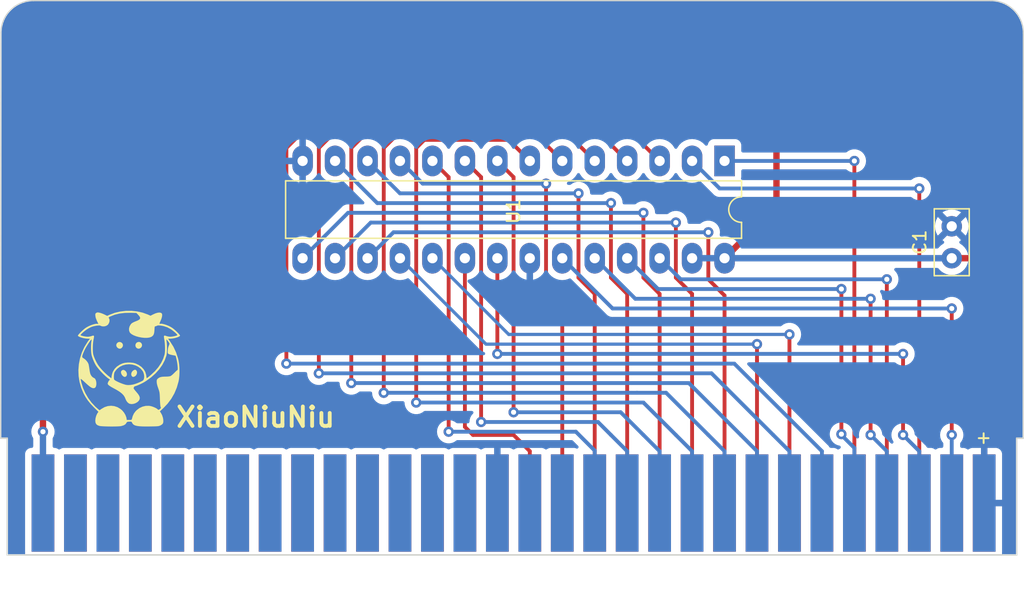
<source format=kicad_pcb>
(kicad_pcb (version 20221018) (generator pcbnew)
  (layers (0 "F.Cu" signal) (31 "B.Cu" signal) (34 "B.Paste" user) (35 "F.Paste" user) (36 "B.SilkS" user "B.Silkscreen") (37 "F.SilkS" user "F.Silkscreen") (38 "B.Mask" user) (39 "F.Mask" user) (44 "Edge.Cuts" user))
  (net 0 "")
  (net 1 "GND")
  (net 2 "+5V")
  (net 3 "/A13")
  (net 4 "/A8")
  (net 5 "/A9")
  (net 6 "/A11")
  (net 7 "/A10")
  (net 8 "/D7")
  (net 9 "/D6")
  (net 10 "/D5")
  (net 11 "/D4")
  (net 12 "/D3")
  (net 13 "/D2")
  (net 14 "/D1")
  (net 15 "/D0")
  (net 16 "/A0")
  (net 17 "/A1")
  (net 18 "/A2")
  (net 19 "/A3")
  (net 20 "/A4")
  (net 21 "/A5")
  (net 22 "/A6")
  (net 23 "/A7")
  (net 24 "/A12")
  (net 25 "/A14")
  (net 26 "/CLOCK")
  (net 27 "/A15")
  (net 28 "/RW")
  (net 29 "/IRQ3B")
  (net 30 "/PORT1CSB")
  (net 31 "/RESET")
  (net 32 "/RAMCSB")
  (net 33 "/DMAB")
  (net 35 "/NMIB")
  (footprint "Cow:VerySmallCow" (layer "F.Cu") (at 81.661 81.153)
    (fp_text reference "XiaoNiuNiu" (at 9.906 3.81) (layer "F.SilkS") (effects (font (size 1.524 1.524) (thickness 0.3))))
    (fp_text value "LOGO" hide)
    (fp_poly (pts (xy 0.860799 -2.06454) (xy 0.94554 -2.009357) (xy 1.002926 -1.926687) (xy 1.024956 -1.827545) (xy 1.003631 -1.722943) (xy 0.94195 -1.634423) (xy 0.835669 -1.562606) (xy 0.723038 -1.548697) (xy 0.612022 -1.59366) (xy 0.611036 -1.594348) (xy 0.533216 -1.681325) (xy 0.501606 -1.788839) (xy 0.515058 -1.899642) (xy 0.572425 -1.996486) (xy 0.641253 -2.048393) (xy 0.756703 -2.081223)) (fill solid) (layer "F.SilkS"))
    (fp_poly (pts (xy -0.651099 -2.063236) (xy -0.563352 -2.013403) (xy -0.498777 -1.936634) (xy -0.468786 -1.840151) (xy -0.484791 -1.731176) (xy -0.498695 -1.70013) (xy -0.578736 -1.597979) (xy -0.678891 -1.549409) (xy -0.788349 -1.55614) (xy -0.8963 -1.619892) (xy -0.911639 -1.634423) (xy -0.9836 -1.740747) (xy -0.996673 -1.852832) (xy -0.950324 -1.964026) (xy -0.939249 -1.978908) (xy -0.850459 -2.05321) (xy -0.750605 -2.078912)) (fill solid) (layer "F.SilkS"))
    (fp_poly (pts (xy -0.387859 0.117826) (xy -0.283719 0.181951) (xy -0.207068 0.276038) (xy -0.163313 0.385063) (xy -0.157858 0.494) (xy -0.196108 0.587825) (xy -0.212172 0.606205) (xy -0.292122 0.658239) (xy -0.37742 0.654366) (xy -0.475737 0.594122) (xy -0.480615 0.590058) (xy -0.558677 0.499444) (xy -0.610844 0.390506) (xy -0.628159 0.285396) (xy -0.621255 0.24215) (xy -0.569263 0.161428) (xy -0.487384 0.115103) (xy -0.39717 0.114656)) (fill solid) (layer "F.SilkS"))
    (fp_poly (pts (xy 0.506748 0.099096) (xy 0.561829 0.137845) (xy 0.575895 0.151551) (xy 0.625855 0.240497) (xy 0.632601 0.34987) (xy 0.600519 0.462558) (xy 0.533994 0.561448) (xy 0.455646 0.620847) (xy 0.361378 0.65965) (xy 0.29364 0.657328) (xy 0.233223 0.612536) (xy 0.226057 0.604802) (xy 0.178888 0.511536) (xy 0.177097 0.400448) (xy 0.215853 0.28768) (xy 0.290323 0.189377) (xy 0.366719 0.134847) (xy 0.44968 0.098733)) (fill solid) (layer "F.SilkS"))
    (fp_poly (pts (xy 0.640521 -4.469991) (xy 1.065821 -4.374767) (xy 1.46632 -4.230513) (xy 1.499899 -4.215538) (xy 1.685681 -4.1313) (xy 1.880967 -4.231898) (xy 2.073661 -4.317766) (xy 2.24576 -4.368126) (xy 2.390864 -4.382513) (xy 2.502572 -4.360463) (xy 2.574483 -4.301512) (xy 2.584615 -4.282916) (xy 2.600786 -4.188609) (xy 2.58625 -4.057241) (xy 2.543915 -3.902196) (xy 2.476689 -3.736861) (xy 2.457532 -3.697841) (xy 2.410841 -3.591207) (xy 2.394498 -3.518599) (xy 2.408713 -3.48615) (xy 2.450674 -3.498081) (xy 2.512031 -3.508174) (xy 2.61536 -3.496189) (xy 2.747628 -3.465524) (xy 2.895797 -3.419576) (xy 3.046834 -3.361743) (xy 3.145174 -3.317045) (xy 3.287158 -3.242592) (xy 3.409309 -3.165238) (xy 3.529583 -3.071952) (xy 3.665937 -2.949703) (xy 3.713491 -2.904642) (xy 3.821002 -2.79794) (xy 3.910217 -2.701926) (xy 3.972784 -2.626147) (xy 4.00035 -2.580151) (xy 4.000955 -2.57608) (xy 3.972801 -2.532061) (xy 3.896239 -2.485091) (xy 3.78312 -2.43884) (xy 3.645292 -2.396981) (xy 3.494605 -2.363185) (xy 3.342909 -2.341124) (xy 3.220818 -2.334339) (xy 3.062042 -2.333891) (xy 3.225779 -2.105688) (xy 3.483063 -1.695315) (xy 3.688207 -1.25412) (xy 3.841045 -0.782487) (xy 3.884779 -0.598133) (xy 3.926378 -0.337788) (xy 3.949765 -0.042295) (xy 3.954985 0.26834) (xy 3.94208 0.574109) (xy 3.911095 0.855005) (xy 3.881284 1.014754) (xy 3.742653 1.499902) (xy 3.553764 1.951433) (xy 3.313737 2.370894) (xy 3.021694 2.759835) (xy 2.695196 3.102539) (xy 2.419204 3.362347) (xy 2.482218 3.450842) (xy 2.590636 3.647133) (xy 2.662606 3.871512) (xy 2.686386 4.031265) (xy 2.688564 4.181386) (xy 2.66399 4.289136) (xy 2.604928 4.369708) (xy 2.503643 4.43829) (xy 2.470287 4.455608) (xy 2.41965 4.479803) (xy 2.371045 4.498366) (xy 2.315582 4.512185) (xy 2.244369 4.52215) (xy 2.148517 4.52915) (xy 2.019135 4.534074) (xy 1.847333 4.537812) (xy 1.62422 4.541253) (xy 1.612371 4.541422) (xy 1.291201 4.54326) (xy 1.024809 4.538033) (xy 0.807637 4.524568) (xy 0.63413 4.501691) (xy 0.49873 4.468229) (xy 0.395882 4.423007) (xy 0.32003 4.364853) (xy 0.265616 4.292593) (xy 0.245566 4.252745) (xy 0.218526 4.199335) (xy 0.186172 4.171469) (xy 0.130496 4.161858) (xy 0.033489 4.163209) (xy 0.025144 4.16351) (xy -0.075977 4.169436) (xy -0.135502 4.184041) (xy -0.172452 4.21652) (xy -0.205267 4.2749) (xy -0.283866 4.374984) (xy -0.410121 4.451309) (xy -0.588642 4.506465) (xy -0.634711 4.515887) (xy -0.733008 4.527718) (xy -0.877971 4.536343) (xy -1.057772 4.541866) (xy -1.260586 4.544388) (xy -1.474586 4.544014) (xy -1.687946 4.540847) (xy -1.88884 4.53499) (xy -2.065442 4.526546) (xy -2.205926 4.515619) (xy -2.298465 4.502312) (xy -2.302736 4.501319) (xy -2.457804 4.445923) (xy -2.561407 4.363333) (xy -2.619239 4.246556) (xy -2.636993 4.09065) (xy -2.618351 3.905338) (xy -2.567732 3.71489) (xy -2.493097 3.545843) (xy -2.455815 3.48664) (xy -2.390842 3.395394) (xy -2.751298 3.038926) (xy -3.011438 2.764524) (xy -3.22711 2.496993) (xy -3.41005 2.220491) (xy -3.554357 1.955012) (xy -3.738921 1.517467) (xy -3.867477 1.063828) (xy -3.901714 0.846474) (xy -3.777637 0.846474) (xy -3.770639 0.897543) (xy -3.751399 0.987469) (xy -3.723465 1.106324) (xy -3.596652 1.519024) (xy -3.417689 1.924224) (xy -3.193296 2.311026) (xy -2.930193 2.668531) (xy -2.635101 2.985842) (xy -2.478379 3.125419) (xy -2.301956 3.27224) (xy -2.151013 3.163799) (xy -1.911008 3.026225) (xy -1.657838 2.944874) (xy -1.399064 2.919141) (xy -1.142247 2.948425) (xy -0.894949 3.03212) (xy -0.66473 3.169623) (xy -0.521428 3.293918) (xy -0.384066 3.458847) (xy -0.275363 3.644615) (xy -0.205762 3.831751) (xy -0.189867 3.912069) (xy -0.17388 4.031265) (xy 0.018569 4.031265) (xy 0.12344 4.029727) (xy 0.182971 4.021091) (xy 0.212432 3.999321) (xy 0.227093 3.958381) (xy 0.229472 3.947911) (xy 0.295195 3.717228) (xy 0.385169 3.527306) (xy 0.509382 3.359987) (xy 0.608168 3.25945) (xy 0.817949 3.101541) (xy 1.054248 2.990544) (xy 1.305349 2.930044) (xy 1.559539 2.923623) (xy 1.661169 2.937314) (xy 1.794713 2.971118) (xy 1.937127 3.021935) (xy 2.07106 3.082045) (xy 2.179161 3.14373) (xy 2.240907 3.195259) (xy 2.289858 3.235277) (xy 2.344128 3.231048) (xy 2.417833 3.180491) (xy 2.433662 3.166832) (xy 2.487493 3.112929) (xy 2.499631 3.07165) (xy 2.479609 3.023816) (xy 2.462297 2.961798) (xy 2.446905 2.842239) (xy 2.43372 2.668197) (xy 2.423032 2.442731) (xy 2.421835 2.409665) (xy 2.414571 2.213562) (xy 2.407098 2.064751) (xy 2.397344 1.949933) (xy 2.383238 1.85581) (xy 2.362707 1.769082) (xy 2.333681 1.67645) (xy 2.294087 1.564614) (xy 2.287277 1.545823) (xy 2.220761 1.344782) (xy 2.182478 1.183351) (xy 2.169503 1.050859) (xy 2.171345 0.946865) (xy 2.185773 0.880443) (xy 2.221008 0.828705) (xy 2.264077 0.787515) (xy 2.35554 0.721126) (xy 2.463581 0.676115) (xy 2.600754 0.649371) (xy 2.779618 0.637783) (xy 2.872871 0.636684) (xy 3.037209 0.631227) (xy 3.169426 0.61614) (xy 3.251749 0.594504) (xy 3.31534 0.554289) (xy 3.404674 0.481425) (xy 3.505015 0.388387) (xy 3.555992 0.336867) (xy 3.647151 0.245041) (xy 3.724951 0.172673) (xy 3.778767 0.129335) (xy 3.795383 0.121241) (xy 3.811423 0.093306) (xy 3.817274 0.016942) (xy 3.813867 -0.096686) (xy 3.802138 -0.236416) (xy 3.783018 -0.391085) (xy 3.757442 -0.54953) (xy 3.726848 -0.698419) (xy 3.697431 -0.821949) (xy 3.672533 -0.921112) (xy 3.655575 -0.98256) (xy 3.65062 -0.99579) (xy 3.618351 -1.005679) (xy 3.541471 -1.022218) (xy 3.435182 -1.042197) (xy 3.409835 -1.046653) (xy 3.286768 -1.072824) (xy 3.178106 -1.104342) (xy 3.105582 -1.134806) (xy 3.101097 -1.137586) (xy 3.062043 -1.166819) (xy 3.040066 -1.200985) (xy 3.031662 -1.255633) (xy 3.03333 -1.346312) (xy 3.037447 -1.420137) (xy 3.061436 -1.613925) (xy 3.108887 -1.762794) (xy 3.119051 -1.783667) (xy 3.155313 -1.870803) (xy 3.170387 -1.942303) (xy 3.167902 -1.964694) (xy 3.139823 -2.016145) (xy 3.090966 -2.088838) (xy 3.033734 -2.166242) (xy 2.980533 -2.231825) (xy 2.943768 -2.269057) (xy 2.937045 -2.272333) (xy 2.931328 -2.245973) (xy 2.935979 -2.177157) (xy 2.944754 -2.114141) (xy 2.964609 -1.944062) (xy 2.975342 -1.746114) (xy 2.977211 -1.537366) (xy 2.970473 -1.334888) (xy 2.955387 -1.155747) (xy 2.932211 -1.017012) (xy 2.927916 -1.000239) (xy 2.797639 -0.63526) (xy 2.610335 -0.279726) (xy 2.369358 0.062337) (xy 2.078059 0.386901) (xy 1.73979 0.689936) (xy 1.357903 0.967415) (xy 1.216022 1.056861) (xy 1.097494 1.123905) (xy 0.959499 1.19433) (xy 0.815367 1.262212) (xy 0.678431 1.321627) (xy 0.562022 1.36665) (xy 0.479472 1.391359) (xy 0.456698 1.394272) (xy 0.418931 1.419566) (xy 0.38309 1.478236) (xy 0.364177 1.544465) (xy 0.363723 1.554288) (xy 0.382893 1.594008) (xy 0.434481 1.666239) (xy 0.509604 1.759116) (xy 0.563775 1.821496) (xy 0.692211 1.974072) (xy 0.77868 2.098964) (xy 0.828759 2.206095) (xy 0.848028 2.305391) (xy 0.848688 2.328434) (xy 0.820427 2.449155) (xy 0.743571 2.560023) (xy 0.630011 2.655229) (xy 0.491638 2.728961) (xy 0.340343 2.775409) (xy 0.188017 2.788764) (xy 0.04655 2.763213) (xy 0.000062 2.74311) (xy -0.105372 2.661705) (xy -0.199659 2.540649) (xy -0.266845 2.400722) (xy -0.269859 2.391578) (xy -0.333221 2.239178) (xy -0.424658 2.099464) (xy -0.550372 1.966772) (xy -0.716566 1.835436) (xy -0.92944 1.699794) (xy -1.175612 1.564363) (xy -1.378718 1.452641) (xy -1.526322 1.357999) (xy -1.620585 1.278801) (xy -1.663665 1.213413) (xy -1.667064 1.192148) (xy -1.650601 1.113179) (xy -1.610249 1.021385) (xy -1.559569 0.943644) (xy -1.525931 0.912403) (xy -1.487169 0.883907) (xy -1.50098 0.861118) (xy -1.523706 0.846837) (xy -1.662638 0.749447) (xy -1.824872 0.612843) (xy -1.999653 0.447961) (xy -2.176224 0.265732) (xy -2.343828 0.077093) (xy -2.491707 -0.107022) (xy -2.571804 -0.218571) (xy -2.656771 -0.362922) (xy -2.745068 -0.544764) (xy -2.827421 -0.742293) (xy -2.894553 -0.933705) (xy -2.928826 -1.057925) (xy -2.950225 -1.191943) (xy -2.964519 -1.366993) (xy -2.971447 -1.563875) (xy -2.970747 -1.763388) (xy -2.962159 -1.946331) (xy -2.94542 -2.093504) (xy -2.943094 -2.106558) (xy -2.927626 -2.197426) (xy -2.923884 -2.252804) (xy -2.935471 -2.270087) (xy -2.965994 -2.24667) (xy -3.019058 -2.179948) (xy -3.098268 -2.067317) (xy -3.194784 -1.924702) (xy -3.353865 -1.672188) (xy -3.480111 -1.433327) (xy -3.586915 -1.182557) (xy -3.595572 -1.15975) (xy -3.641461 -1.029664) (xy -3.661126 -0.941696) (xy -3.653199 -0.882668) (xy -3.616312 -0.839406) (xy -3.558582 -0.803794) (xy -3.439635 -0.719808) (xy -3.324589 -0.604753) (xy -3.228761 -0.476912) (xy -3.167473 -0.354569) (xy -3.159453 -0.327438) (xy -3.140647 -0.235789) (xy -3.118888 -0.107599) (xy -3.098115 0.033446) (xy -3.092902 0.072864) (xy -3.071785 0.209534) (xy -3.045997 0.336422) (xy -3.020156 0.431706) (xy -3.01272 0.451742) (xy -2.94392 0.573595) (xy -2.854427 0.673167) (xy -2.759771 0.734105) (xy -2.737796 0.741218) (xy -2.663866 0.788463) (xy -2.607527 0.879228) (xy -2.569769 0.999097) (xy -2.551584 1.133656) (xy -2.553961 1.268488) (xy -2.577892 1.38918) (xy -2.624364 1.481317) (xy -2.683816 1.526995) (xy -2.764525 1.54483) (xy -2.851231 1.534631) (xy -2.950398 1.492788) (xy -3.068491 1.415688) (xy -3.211974 1.29972) (xy -3.387313 1.141273) (xy -3.406534 1.123249) (xy -3.522995 1.015546) (xy -3.625052 0.924544) (xy -3.70415 0.857615) (xy -3.751732 0.822131) (xy -3.760355 0.818377) (xy -3.773755 0.823629) (xy -3.777637 0.846474) (xy -3.901714 0.846474) (xy -3.940565 0.599841) (xy -3.958726 0.131253) (xy -3.922502 -0.336189) (xy -3.832432 -0.796738) (xy -3.689058 -1.244648) (xy -3.492922 -1.674172) (xy -3.244562 -2.079564) (xy -3.164265 -2.189917) (xy -3.055528 -2.333891) (xy -3.217561 -2.334339) (xy -3.361752 -2.343352) (xy -3.514821 -2.367214) (xy -3.664969 -2.402283) (xy -3.800396 -2.444918) (xy -3.909304 -2.491478) (xy -3.979893 -2.538322) (xy -4.000954 -2.57608) (xy -3.980697 -2.614859) (xy -3.788783 -2.614859) (xy -3.761119 -2.590686) (xy -3.687981 -2.563191) (xy -3.584147 -2.535716) (xy -3.464397 -2.511599) (xy -3.343509 -2.494182) (xy -3.236262 -2.486805) (xy -3.222059 -2.486772) (xy -3.1027 -2.497491) (xy -2.983991 -2.522571) (xy -2.95525 -2.531781) (xy -2.85014 -2.566782) (xy -2.780962 -2.577448) (xy -2.743431 -2.556844) (xy -2.733263 -2.498033) (xy -2.746172 -2.394079) (xy -2.776814 -2.24296) (xy -2.802168 -2.084319) (xy -2.819416 -1.892808) (xy -2.828326 -1.68554) (xy -2.828663 -1.479627) (xy -2.820193 -1.29218) (xy -2.802684 -1.140312) (xy -2.792557 -1.09117) (xy -2.739663 -0.924922) (xy -2.659704 -0.730737) (xy -2.562233 -0.528986) (xy -2.456806 -0.340042) (xy -2.394596 -0.242608) (xy -2.256348 -0.059827) (xy -2.082 0.138839) (xy -1.886923 0.337247) (xy -1.686484 0.519253) (xy -1.606444 0.585289) (xy -1.379117 0.766747) (xy -1.365025 0.655245) (xy -1.182214 0.655245) (xy -1.178867 0.774027) (xy -1.164838 0.858066) (xy -1.163088 0.862964) (xy -1.122852 0.905784) (xy -1.036151 0.961888) (xy -0.914295 1.026202) (xy -0.768593 1.093655) (xy -0.610354 1.159171) (xy -0.450887 1.217679) (xy -0.301502 1.264104) (xy -0.227327 1.282741) (xy -0.074762 1.298944) (xy 0.110649 1.290823) (xy 0.306851 1.259754) (xy 0.366452 1.245669) (xy 0.501018 1.205015) (xy 0.654467 1.149188) (xy 0.809934 1.085335) (xy 0.950551 1.0206) (xy 1.059453 0.962132) (xy 1.100413 0.934701) (xy 1.156272 0.856684) (xy 1.185837 0.739316) (xy 1.189729 0.597562) (xy 1.168566 0.446389) (xy 1.122969 0.300763) (xy 1.069948 0.199281) (xy 0.912798 0.011086) (xy 0.718996 -0.136581) (xy 0.497524 -0.243093) (xy 0.257367 -0.307821) (xy 0.00751 -0.330138) (xy -0.243065 -0.309418) (xy -0.485371 -0.245032) (xy -0.710427 -0.136353) (xy -0.909246 0.017247) (xy -0.94961 0.058237) (xy -1.031265 0.153967) (xy -1.100353 0.249824) (xy -1.138449 0.317925) (xy -1.160977 0.404446) (xy -1.175908 0.524469) (xy -1.182214 0.655245) (xy -1.365025 0.655245) (xy -1.357049 0.592145) (xy -1.329759 0.457999) (xy -1.285609 0.316161) (xy -1.261257 0.256505) (xy -1.127964 0.034933) (xy -0.94685 -0.151002) (xy -0.716852 -0.302211) (xy -0.497697 -0.398513) (xy -0.319633 -0.443247) (xy -0.107943 -0.465441) (xy 0.114724 -0.465095) (xy 0.325718 -0.442209) (xy 0.497697 -0.398513) (xy 0.757392 -0.2785) (xy 0.976093 -0.124794) (xy 1.149617 0.05786) (xy 1.273786 0.264719) (xy 1.344417 0.491038) (xy 1.355827 0.575195) (xy 1.367719 0.671252) (xy 1.381988 0.737384) (xy 1.393501 0.757756) (xy 1.423599 0.7394) (xy 1.490226 0.689351) (xy 1.58369 0.615144) (xy 1.694298 0.52431) (xy 1.700121 0.519453) (xy 2.019453 0.222667) (xy 2.291427 -0.093618) (xy 2.51274 -0.424454) (xy 2.680087 -0.764892) (xy 2.790165 -1.109984) (xy 2.791271 -1.11477) (xy 2.809315 -1.238959) (xy 2.819035 -1.406483) (xy 2.820692 -1.600665) (xy 2.814552 -1.804831) (xy 2.800878 -2.002305) (xy 2.779935 -2.176412) (xy 2.773895 -2.21265) (xy 2.746203 -2.375206) (xy 2.733919 -2.485347) (xy 2.741095 -2.550205) (xy 2.771785 -2.576913) (xy 2.830042 -2.572602) (xy 2.919919 -2.544407) (xy 2.955251 -2.531781) (xy 3.064748 -2.503894) (xy 3.188751 -2.488029) (xy 3.22206 -2.486772) (xy 3.325933 -2.492328) (xy 3.445698 -2.508432) (xy 3.566576 -2.531744) (xy 3.673787 -2.558924) (xy 3.752552 -2.586631) (xy 3.788093 -2.611526) (xy 3.788783 -2.614859) (xy 3.7659 -2.657183) (xy 3.704165 -2.7256) (xy 3.613953 -2.810822) (xy 3.505637 -2.903561) (xy 3.389591 -2.994529) (xy 3.276189 -3.074439) (xy 3.273509 -3.076194) (xy 2.99458 -3.227227) (xy 2.698805 -3.324093) (xy 2.485442 -3.361018) (xy 2.355667 -3.373299) (xy 2.269407 -3.372151) (xy 2.210885 -3.356768) (xy 2.190983 -3.345995) (xy 2.116807 -3.313105) (xy 2.06578 -3.303819) (xy 2.038186 -3.298085) (xy 2.019947 -3.273405) (xy 2.008258 -3.218559) (xy 2.000316 -3.122328) (xy 1.995389 -3.02214) (xy 1.979431 -2.834443) (xy 1.946918 -2.694896) (xy 1.8926 -2.592094) (xy 1.81123 -2.514629) (xy 1.74284 -2.473243) (xy 1.596854 -2.422633) (xy 1.414145 -2.398967) (xy 1.206417 -2.39985) (xy 0.985373 -2.422889) (xy 0.762716 -2.46569) (xy 0.550149 -2.52586) (xy 0.359375 -2.601006) (xy 0.202097 -2.688732) (xy 0.090018 -2.786646) (xy 0.068198 -2.81576) (xy 0.01017 -2.955414) (xy 0.001158 -3.11366) (xy 0.038732 -3.27703) (xy 0.120459 -3.432056) (xy 0.195635 -3.521498) (xy 0.263516 -3.571076) (xy 0.368144 -3.627412) (xy 0.488371 -3.679283) (xy 0.503787 -3.68502) (xy 0.680577 -3.756698) (xy 0.799837 -3.82483) (xy 0.863986 -3.894854) (xy 0.875445 -3.972208) (xy 0.836634 -4.062329) (xy 0.749974 -4.170657) (xy 0.729597 -4.192387) (xy 0.580197 -4.349002) (xy 0.123173 -4.360149) (xy -0.331296 -4.351374) (xy -0.743844 -4.301419) (xy -1.117565 -4.209704) (xy -1.455557 -4.075647) (xy -1.493729 -4.056755) (xy -1.564071 -4.018164) (xy -1.588444 -3.989013) (xy -1.575778 -3.953032) (xy -1.561927 -3.93249) (xy -1.521446 -3.826231) (xy -1.522087 -3.697551) (xy -1.560072 -3.56476) (xy -1.631625 -3.446169) (xy -1.670736 -3.405038) (xy -1.789189 -3.333137) (xy -1.935637 -3.295758) (xy -2.084555 -3.29895) (xy -2.102691 -3.302643) (xy -2.184732 -3.326314) (xy -2.240548 -3.351329) (xy -2.247186 -3.356542) (xy -2.294138 -3.369266) (xy -2.384898 -3.368547) (xy -2.504655 -3.356379) (xy -2.638596 -3.334755) (xy -2.771906 -3.30567) (xy -2.889773 -3.271116) (xy -2.89463 -3.26941) (xy -3.015973 -3.218007) (xy -3.154925 -3.146817) (xy -3.273508 -3.076194) (xy -3.386714 -2.996675) (xy -3.50282 -2.905868) (xy -3.611451 -2.813061) (xy -3.702236 -2.727542) (xy -3.764799 -2.658598) (xy -3.788768 -2.615517) (xy -3.788783 -2.614859) (xy -3.980697 -2.614859) (xy -3.979979 -2.616233) (xy -3.922621 -2.687748) (xy -3.837234 -2.781077) (xy -3.732171 -2.886671) (xy -3.713491 -2.904642) (xy -3.568654 -3.038322) (xy -3.445377 -3.139064) (xy -3.325703 -3.219898) (xy -3.191674 -3.293855) (xy -3.145174 -3.317045) (xy -2.976629 -3.390774) (xy -2.808436 -3.448749) (xy -2.653694 -3.4877) (xy -2.5255 -3.504356) (xy -2.436953 -3.495444) (xy -2.434495 -3.494538) (xy -2.400193 -3.491447) (xy -2.399313 -3.503583) (xy -2.418123 -3.542492) (xy -2.456026 -3.62042) (xy -2.505505 -3.721918) (xy -2.515687 -3.742784) (xy -2.602 -3.9642) (xy -2.63142 -4.126293) (xy -2.636126 -4.226041) (xy -2.627861 -4.285256) (xy -2.600523 -4.323634) (xy -2.561443 -4.352162) (xy -2.506127 -4.381998) (xy -2.448976 -4.391506) (xy -2.367554 -4.382326) (xy -2.307954 -4.370664) (xy -2.192604 -4.338359) (xy -2.05402 -4.287644) (xy -1.92202 -4.229443) (xy -1.920877 -4.228881) (xy -1.704881 -4.122594) (xy -1.509499 -4.211185) (xy -1.109548 -4.360889) (xy -0.684614 -4.461635) (xy -0.244654 -4.513411) (xy 0.200377 -4.516201)) (fill solid) (layer "F.SilkS"))
  )
  (footprint "Capacitor_THT:C_Disc_D5.0mm_W2.5mm_P2.50mm" (layer "F.Cu") (at 146.05 72.517 90)
    (fp_text reference "C1" (at 1.25 -2.5 90) (layer "F.SilkS"))
    (fp_text value "100nF")
    (fp_line (start -1.37 -1.37) (end -1.37 1.37) (stroke (width 0.12)) (layer "F.SilkS"))
    (fp_line (start -1.37 -1.37) (end 3.87 -1.37) (stroke (width 0.12)) (layer "F.SilkS"))
    (fp_line (start -1.37 1.37) (end 3.87 1.37) (stroke (width 0.12)) (layer "F.SilkS"))
    (fp_line (start 3.87 -1.37) (end 3.87 1.37) (stroke (width 0.12)) (layer "F.SilkS"))
    (pad "1" thru_hole circle (at 0 0 90) (size 1.6 1.6) (drill 0.8) (layers "*.Cu" "*.Mask") (net 2 "+5V"))
    (pad "2" thru_hole circle (at 2.5 0 90) (size 1.6 1.6) (drill 0.8) (layers "*.Cu" "*.Mask") (net 1 "GND"))
  )
  (footprint "NESConnector:NES_PCBEdge" (layer "F.Cu") (at 110.49 91.694)
    (fp_text reference "J2")
    (fp_text value "PORT1" hide)
    (fp_line (start -38.862 -5.08) (end -38.354 -5.08) (stroke (width 0.12)) (layer "Edge.Cuts"))
    (fp_line (start -38.354 -5.08) (end -38.354 4.064) (stroke (width 0.12)) (layer "Edge.Cuts"))
    (fp_line (start 40.64 -5.08) (end 41.148 -5.08) (stroke (width 0.12)) (layer "Edge.Cuts"))
    (fp_line (start 40.64 4.064) (end -38.354 4.064) (stroke (width 0.12)) (layer "Edge.Cuts"))
    (fp_line (start 40.64 4.064) (end 40.64 -5.08) (stroke (width 0.12)) (layer "Edge.Cuts"))
    (pad "1" connect rect (at 38.1 0) (size 1.78 7.62) (layers "B.Cu" "B.Mask") (net 1 "GND"))
    (pad "2" connect rect (at 38.1 0) (size 1.78 7.62) (layers "F.Cu" "F.Mask") (net 2 "+5V"))
    (pad "3" connect rect (at 35.56 0) (size 1.78 7.62) (layers "B.Cu" "B.Mask") (net 6 "/A11"))
    (pad "4" connect rect (at 35.56 0) (size 1.78 7.62) (layers "F.Cu" "F.Mask") (net 26 "/CLOCK"))
    (pad "5" connect rect (at 33.02 0) (size 1.78 7.62) (layers "B.Cu" "B.Mask") (net 7 "/A10"))
    (pad "6" connect rect (at 33.02 0) (size 1.78 7.62) (layers "F.Cu" "F.Mask") (net 24 "/A12"))
    (pad "7" connect rect (at 30.48 0) (size 1.78 7.62) (layers "B.Cu" "B.Mask") (net 5 "/A9"))
    (pad "8" connect rect (at 30.48 0) (size 1.78 7.62) (layers "F.Cu" "F.Mask") (net 3 "/A13"))
    (pad "9" connect rect (at 27.94 0) (size 1.78 7.62) (layers "B.Cu" "B.Mask") (net 4 "/A8"))
    (pad "10" connect rect (at 27.94 0) (size 1.78 7.62) (layers "F.Cu" "F.Mask") (net 25 "/A14"))
    (pad "11" connect rect (at 25.4 0) (size 1.78 7.62) (layers "B.Cu" "B.Mask") (net 23 "/A7"))
    (pad "12" connect rect (at 25.4 0) (size 1.78 7.62) (layers "F.Cu" "F.Mask") (net 27 "/A15"))
    (pad "13" connect rect (at 22.86 0) (size 1.78 7.62) (layers "B.Cu" "B.Mask") (net 22 "/A6"))
    (pad "14" connect rect (at 22.86 0) (size 1.78 7.62) (layers "F.Cu" "F.Mask") (net 8 "/D7"))
    (pad "15" connect rect (at 20.32 0) (size 1.78 7.62) (layers "B.Cu" "B.Mask") (net 21 "/A5"))
    (pad "16" connect rect (at 20.32 0) (size 1.78 7.62) (layers "F.Cu" "F.Mask") (net 9 "/D6"))
    (pad "17" connect rect (at 17.78 0) (size 1.78 7.62) (layers "B.Cu" "B.Mask") (net 20 "/A4"))
    (pad "18" connect rect (at 17.78 0) (size 1.78 7.62) (layers "F.Cu" "F.Mask") (net 10 "/D5"))
    (pad "19" connect rect (at 15.24 0) (size 1.78 7.62) (layers "B.Cu" "B.Mask") (net 19 "/A3"))
    (pad "20" connect rect (at 15.24 0) (size 1.78 7.62) (layers "F.Cu" "F.Mask") (net 11 "/D4"))
    (pad "21" connect rect (at 12.7 0) (size 1.78 7.62) (layers "B.Cu" "B.Mask") (net 18 "/A2"))
    (pad "22" connect rect (at 12.7 0) (size 1.78 7.62) (layers "F.Cu" "F.Mask") (net 12 "/D3"))
    (pad "23" connect rect (at 10.16 0) (size 1.78 7.62) (layers "B.Cu" "B.Mask") (net 17 "/A1"))
    (pad "24" connect rect (at 10.16 0) (size 1.78 7.62) (layers "F.Cu" "F.Mask") (net 13 "/D2"))
    (pad "25" connect rect (at 7.62 0) (size 1.78 7.62) (layers "B.Cu" "B.Mask") (net 16 "/A0"))
    (pad "26" connect rect (at 7.62 0) (size 1.78 7.62) (layers "F.Cu" "F.Mask") (net 14 "/D1"))
    (pad "27" connect rect (at 5.08 0) (size 1.78 7.62) (layers "B.Cu" "B.Mask") (net 28 "/RW"))
    (pad "28" connect rect (at 5.08 0) (size 1.78 7.62) (layers "F.Cu" "F.Mask") (net 15 "/D0"))
    (pad "29" connect rect (at 2.54 0) (size 1.78 7.62) (layers "B.Cu" "B.Mask") (net 29 "/IRQ3B"))
    (pad "30" connect rect (at 2.54 0) (size 1.78 7.62) (layers "F.Cu" "F.Mask") (net 30 "/PORT1CSB"))
    (pad "31" connect rect (at 0 0) (size 1.78 7.62) (layers "B.Cu" "B.Mask") (net 1 "GND"))
    (pad "32" connect rect (at 0 0) (size 1.78 7.62) (layers "F.Cu" "F.Mask") (net 31 "/RESET"))
    (pad "33" connect rect (at -2.54 0) (size 1.78 7.62) (layers "B.Cu" "B.Mask") (net 32 "/RAMCSB"))
    (pad "34" connect rect (at -2.54 0) (size 1.78 7.62) (layers "F.Cu" "F.Mask") (net 33 "/DMAB"))
    (pad "35" connect rect (at -5.08 0) (size 1.78 7.62) (layers "B.Cu" "B.Mask"))
    (pad "36" connect rect (at -5.08 0) (size 1.78 7.62) (layers "F.Cu" "F.Mask") (net 35 "/NMIB"))
    (pad "37" connect rect (at -7.62 0) (size 1.78 7.62) (layers "B.Cu" "B.Mask"))
    (pad "38" connect rect (at -7.62 0) (size 1.78 7.62) (layers "F.Cu" "F.Mask"))
    (pad "39" connect rect (at -10.16 0) (size 1.78 7.62) (layers "B.Cu" "B.Mask"))
    (pad "40" connect rect (at -10.16 0) (size 1.78 7.62) (layers "F.Cu" "F.Mask"))
    (pad "41" connect rect (at -12.7 0) (size 1.78 7.62) (layers "B.Cu" "B.Mask"))
    (pad "42" connect rect (at -12.7 0) (size 1.78 7.62) (layers "F.Cu" "F.Mask"))
    (pad "43" connect rect (at -15.24 0) (size 1.78 7.62) (layers "B.Cu" "B.Mask"))
    (pad "44" connect rect (at -15.24 0) (size 1.78 7.62) (layers "F.Cu" "F.Mask"))
    (pad "45" connect rect (at -17.78 0) (size 1.78 7.62) (layers "B.Cu" "B.Mask"))
    (pad "46" connect rect (at -17.78 0) (size 1.78 7.62) (layers "F.Cu" "F.Mask"))
    (pad "47" connect rect (at -20.32 0) (size 1.78 7.62) (layers "B.Cu" "B.Mask"))
    (pad "48" connect rect (at -20.32 0) (size 1.78 7.62) (layers "F.Cu" "F.Mask"))
    (pad "49" connect rect (at -22.86 0) (size 1.78 7.62) (layers "B.Cu" "B.Mask"))
    (pad "50" connect rect (at -22.86 0) (size 1.78 7.62) (layers "F.Cu" "F.Mask"))
    (pad "51" connect rect (at -25.4 0) (size 1.78 7.62) (layers "B.Cu" "B.Mask"))
    (pad "52" connect rect (at -25.4 0) (size 1.78 7.62) (layers "F.Cu" "F.Mask"))
    (pad "53" connect rect (at -27.94 0) (size 1.78 7.62) (layers "B.Cu" "B.Mask"))
    (pad "54" connect rect (at -27.94 0) (size 1.78 7.62) (layers "F.Cu" "F.Mask"))
    (pad "55" connect rect (at -30.48 0) (size 1.78 7.62) (layers "B.Cu" "B.Mask"))
    (pad "56" connect rect (at -30.48 0) (size 1.78 7.62) (layers "F.Cu" "F.Mask"))
    (pad "57" connect rect (at -33.02 0) (size 1.78 7.62) (layers "B.Cu" "B.Mask"))
    (pad "58" connect rect (at -33.02 0) (size 1.78 7.62) (layers "F.Cu" "F.Mask"))
    (pad "59" connect rect (at -35.56 0) (size 1.78 7.62) (layers "B.Cu" "B.Mask") (net 2 "+5V"))
    (pad "60" connect rect (at -35.56 0) (size 1.78 7.62) (layers "F.Cu" "F.Mask"))
  )
  (footprint "Package_DIP:DIP-28_W7.62mm_LongPads" (layer "F.Cu") (at 128.27 64.897 -90)
    (fp_text reference "U1" (at 3.937 16.51 -90) (layer "F.SilkS"))
    (fp_text value "28C256")
    (fp_line (start 1.56 -1.33) (end 1.56 34.35) (stroke (width 0.12)) (layer "F.SilkS"))
    (fp_line (start 1.56 34.35) (end 6.06 34.35) (stroke (width 0.12)) (layer "F.SilkS"))
    (fp_line (start 2.81 -1.33) (end 1.56 -1.33) (stroke (width 0.12)) (layer "F.SilkS"))
    (fp_line (start 6.06 -1.33) (end 4.81 -1.33) (stroke (width 0.12)) (layer "F.SilkS"))
    (fp_line (start 6.06 34.35) (end 6.06 -1.33) (stroke (width 0.12)) (layer "F.SilkS"))
    (fp_arc (start 4.81 -1.33) (mid 3.81 -0.33) (end 2.81 -1.33) (stroke (width 0.12)) (layer "F.SilkS"))
    (pad "1" thru_hole rect (at 0 0 270) (size 2.4 1.6) (drill 0.8) (layers "*.Cu" "*.Mask") (net 25 "/A14"))
    (pad "2" thru_hole oval (at 0 2.54 270) (size 2.4 1.6) (drill 0.8) (layers "*.Cu" "*.Mask") (net 24 "/A12"))
    (pad "3" thru_hole oval (at 0 5.08 270) (size 2.4 1.6) (drill 0.8) (layers "*.Cu" "*.Mask") (net 23 "/A7"))
    (pad "4" thru_hole oval (at 0 7.62 270) (size 2.4 1.6) (drill 0.8) (layers "*.Cu" "*.Mask") (net 22 "/A6"))
    (pad "5" thru_hole oval (at 0 10.16 270) (size 2.4 1.6) (drill 0.8) (layers "*.Cu" "*.Mask") (net 21 "/A5"))
    (pad "6" thru_hole oval (at 0 12.7 270) (size 2.4 1.6) (drill 0.8) (layers "*.Cu" "*.Mask") (net 20 "/A4"))
    (pad "7" thru_hole oval (at 0 15.24 270) (size 2.4 1.6) (drill 0.8) (layers "*.Cu" "*.Mask") (net 19 "/A3"))
    (pad "8" thru_hole oval (at 0 17.78 270) (size 2.4 1.6) (drill 0.8) (layers "*.Cu" "*.Mask") (net 18 "/A2"))
    (pad "9" thru_hole oval (at 0 20.32 270) (size 2.4 1.6) (drill 0.8) (layers "*.Cu" "*.Mask") (net 17 "/A1"))
    (pad "10" thru_hole oval (at 0 22.86 270) (size 2.4 1.6) (drill 0.8) (layers "*.Cu" "*.Mask") (net 16 "/A0"))
    (pad "11" thru_hole oval (at 0 25.4 270) (size 2.4 1.6) (drill 0.8) (layers "*.Cu" "*.Mask") (net 15 "/D0"))
    (pad "12" thru_hole oval (at 0 27.94 270) (size 2.4 1.6) (drill 0.8) (layers "*.Cu" "*.Mask") (net 14 "/D1"))
    (pad "13" thru_hole oval (at 0 30.48 270) (size 2.4 1.6) (drill 0.8) (layers "*.Cu" "*.Mask") (net 13 "/D2"))
    (pad "14" thru_hole oval (at 0 33.02 270) (size 2.4 1.6) (drill 0.8) (layers "*.Cu" "*.Mask") (net 1 "GND"))
    (pad "15" thru_hole oval (at 7.62 33.02 270) (size 2.4 1.6) (drill 0.8) (layers "*.Cu" "*.Mask") (net 12 "/D3"))
    (pad "16" thru_hole oval (at 7.62 30.48 270) (size 2.4 1.6) (drill 0.8) (layers "*.Cu" "*.Mask") (net 11 "/D4"))
    (pad "17" thru_hole oval (at 7.62 27.94 270) (size 2.4 1.6) (drill 0.8) (layers "*.Cu" "*.Mask") (net 10 "/D5"))
    (pad "18" thru_hole oval (at 7.62 25.4 270) (size 2.4 1.6) (drill 0.8) (layers "*.Cu" "*.Mask") (net 9 "/D6"))
    (pad "19" thru_hole oval (at 7.62 22.86 270) (size 2.4 1.6) (drill 0.8) (layers "*.Cu" "*.Mask") (net 8 "/D7"))
    (pad "20" thru_hole oval (at 7.62 20.32 270) (size 2.4 1.6) (drill 0.8) (layers "*.Cu" "*.Mask") (net 30 "/PORT1CSB"))
    (pad "21" thru_hole oval (at 7.62 17.78 270) (size 2.4 1.6) (drill 0.8) (layers "*.Cu" "*.Mask") (net 7 "/A10"))
    (pad "22" thru_hole oval (at 7.62 15.24 270) (size 2.4 1.6) (drill 0.8) (layers "*.Cu" "*.Mask") (net 1 "GND"))
    (pad "23" thru_hole oval (at 7.62 12.7 270) (size 2.4 1.6) (drill 0.8) (layers "*.Cu" "*.Mask") (net 6 "/A11"))
    (pad "24" thru_hole oval (at 7.62 10.16 270) (size 2.4 1.6) (drill 0.8) (layers "*.Cu" "*.Mask") (net 5 "/A9"))
    (pad "25" thru_hole oval (at 7.62 7.62 270) (size 2.4 1.6) (drill 0.8) (layers "*.Cu" "*.Mask") (net 4 "/A8"))
    (pad "26" thru_hole oval (at 7.62 5.08 270) (size 2.4 1.6) (drill 0.8) (layers "*.Cu" "*.Mask") (net 3 "/A13"))
    (pad "27" thru_hole oval (at 7.62 2.54 270) (size 2.4 1.6) (drill 0.8) (layers "*.Cu" "*.Mask") (net 2 "+5V"))
    (pad "28" thru_hole oval (at 7.62 0 270) (size 2.4 1.6) (drill 0.8) (layers "*.Cu" "*.Mask") (net 2 "+5V"))
  )
  (gr_line (start 151.638 86.614) (end 151.656051 54.882051) (stroke (width 0.1)) (layer "Edge.Cuts"))
  (gr_arc (start 71.646051 54.882051) (mid 72.389999 53.085999) (end 74.186051 52.342051) (stroke (width 0.1)) (layer "Edge.Cuts"))
  (gr_line (start 149.116051 52.342051) (end 74.186051 52.342051) (stroke (width 0.1)) (layer "Edge.Cuts"))
  (gr_arc (start 149.116051 52.342051) (mid 150.912151 53.085979) (end 151.656051 54.882051) (stroke (width 0.1)) (layer "Edge.Cuts"))
  (gr_line (start 71.646051 54.882051) (end 71.628 86.614) (stroke (width 0.1)) (layer "Edge.Cuts"))
  (gr_text "+" (at 147.828 87.122) (layer "F.SilkS") (effects (font (size 1 1)) (justify left bottom)))
  (segment (start 148.59 91.694) (end 148.59 57.15) (width 0.5) (layer "F.Cu") (net 2))
  (segment (start 132.334 68.453) (end 132.334 53.848) (width 0.5) (layer "F.Cu") (net 2))
  (segment (start 146.05 72.517) (end 148.59 72.517) (width 0.5) (layer "F.Cu") (net 2))
  (segment (start 148.59 57.15) (end 145.288 53.848) (width 0.5) (layer "F.Cu") (net 2))
  (segment (start 74.93 57.658) (end 74.93 86.106) (width 0.5) (layer "F.Cu") (net 2))
  (segment (start 132.334 53.848) (end 78.74 53.848) (width 0.5) (layer "F.Cu") (net 2))
  (segment (start 128.27 72.517) (end 132.334 68.453) (width 0.5) (layer "F.Cu") (net 2))
  (segment (start 145.288 53.848) (end 132.334 53.848) (width 0.5) (layer "F.Cu") (net 2))
  (segment (start 78.74 53.848) (end 74.93 57.658) (width 0.5) (layer "F.Cu") (net 2))
  (via (at 74.93 86.106) (size 0.8) (drill 0.4) (layers "F.Cu" "B.Cu") (net 2))
  (segment (start 128.27 72.517) (end 125.73 72.517) (width 0.5) (layer "B.Cu") (net 2))
  (segment (start 74.93 91.694) (end 74.93 86.106) (width 0.5) (layer "B.Cu") (net 2))
  (segment (start 128.27 72.517) (end 146.05 72.517) (width 0.5) (layer "B.Cu") (net 2))
  (segment (start 140.97 74.295) (end 140.843 74.168) (width 0.3) (layer "F.Cu") (net 3))
  (segment (start 140.97 91.694) (end 140.97 74.295) (width 0.3) (layer "F.Cu") (net 3))
  (via (at 140.97 74.168) (size 0.8) (drill 0.4) (layers "F.Cu" "B.Cu") (net 3))
  (segment (start 124.841 74.168) (end 123.19 72.517) (width 0.3) (layer "B.Cu") (net 3))
  (segment (start 140.97 74.168) (end 124.841 74.168) (width 0.3) (layer "B.Cu") (net 3))
  (segment (start 137.414 74.93) (end 137.414 86.233) (width 0.3) (layer "F.Cu") (net 4))
  (segment (start 137.414 86.233) (end 137.3505 86.2965) (width 0.3) (layer "F.Cu") (net 4))
  (via (at 137.414 74.93) (size 0.8) (drill 0.4) (layers "F.Cu" "B.Cu") (net 4))
  (via (at 137.414 86.2965) (size 0.8) (drill 0.4) (layers "F.Cu" "B.Cu") (net 4))
  (segment (start 123.063 74.93) (end 120.65 72.517) (width 0.3) (layer "B.Cu") (net 4))
  (segment (start 137.3505 86.2965) (end 138.43 87.376) (width 0.3) (layer "B.Cu") (net 4))
  (segment (start 138.43 87.376) (end 138.43 91.694) (width 0.3) (layer "B.Cu") (net 4))
  (segment (start 137.414 74.93) (end 123.063 74.93) (width 0.3) (layer "B.Cu") (net 4))
  (segment (start 139.7 75.692) (end 139.7 86.36) (width 0.3) (layer "F.Cu") (net 5))
  (via (at 139.7 86.36) (size 0.8) (drill 0.4) (layers "F.Cu" "B.Cu") (net 5))
  (via (at 139.7 75.692) (size 0.8) (drill 0.4) (layers "F.Cu" "B.Cu") (net 5))
  (segment (start 140.97 87.63) (end 140.97 91.694) (width 0.3) (layer "B.Cu") (net 5))
  (segment (start 121.285 75.692) (end 118.11 72.517) (width 0.3) (layer "B.Cu") (net 5))
  (segment (start 139.7 75.692) (end 121.285 75.692) (width 0.3) (layer "B.Cu") (net 5))
  (segment (start 139.7 86.36) (end 140.97 87.63) (width 0.3) (layer "B.Cu") (net 5))
  (segment (start 146.05 76.454) (end 146.05 86.36) (width 0.3) (layer "F.Cu") (net 6))
  (via (at 146.05 86.36) (size 0.8) (drill 0.4) (layers "F.Cu" "B.Cu") (net 6))
  (via (at 146.05 76.454) (size 0.8) (drill 0.4) (layers "F.Cu" "B.Cu") (net 6))
  (segment (start 145.923 76.454) (end 146.05 76.454) (width 0.3) (layer "B.Cu") (net 6))
  (segment (start 119.507 76.454) (end 145.923 76.454) (width 0.3) (layer "B.Cu") (net 6))
  (segment (start 146.05 86.36) (end 146.05 91.694) (width 0.3) (layer "B.Cu") (net 6))
  (segment (start 115.57 72.517) (end 119.507 76.454) (width 0.3) (layer "B.Cu") (net 6))
  (segment (start 142.24 80.01) (end 142.24 86.36) (width 0.3) (layer "F.Cu") (net 7))
  (segment (start 110.49 72.517) (end 110.49 80.01) (width 0.3) (layer "F.Cu") (net 7))
  (via (at 142.24 86.36) (size 0.8) (drill 0.4) (layers "F.Cu" "B.Cu") (net 7))
  (via (at 142.24 80.01) (size 0.8) (drill 0.4) (layers "F.Cu" "B.Cu") (net 7))
  (via (at 110.49 80.01) (size 0.8) (drill 0.4) (layers "F.Cu" "B.Cu") (net 7))
  (segment (start 143.51 87.63) (end 143.51 91.694) (width 0.3) (layer "B.Cu") (net 7))
  (segment (start 142.24 86.36) (end 143.51 87.63) (width 0.3) (layer "B.Cu") (net 7))
  (segment (start 110.617 80.01) (end 142.24 80.01) (width 0.3) (layer "B.Cu") (net 7))
  (segment (start 133.35 79.756) (end 133.35 91.694) (width 0.3) (layer "F.Cu") (net 8))
  (segment (start 133.35 78.486) (end 133.35 79.756) (width 0.3) (layer "F.Cu") (net 8))
  (via (at 133.35 78.486) (size 0.8) (drill 0.4) (layers "F.Cu" "B.Cu") (net 8))
  (segment (start 133.35 78.486) (end 111.379 78.486) (width 0.25) (layer "B.Cu") (net 8))
  (segment (start 111.379 78.486) (end 105.41 72.517) (width 0.25) (layer "B.Cu") (net 8))
  (segment (start 130.81 79.248) (end 130.81 80.518) (width 0.3) (layer "F.Cu") (net 9))
  (segment (start 130.81 80.518) (end 130.81 91.694) (width 0.3) (layer "F.Cu") (net 9))
  (via (at 130.81 79.248) (size 0.8) (drill 0.4) (layers "F.Cu" "B.Cu") (net 9))
  (segment (start 130.81 79.248) (end 109.601 79.248) (width 0.25) (layer "B.Cu") (net 9))
  (segment (start 109.601 79.248) (end 102.87 72.517) (width 0.25) (layer "B.Cu") (net 9))
  (segment (start 128.27 75.438) (end 128.27 91.694) (width 0.3) (layer "F.Cu") (net 10))
  (segment (start 127 70.485) (end 127 74.168) (width 0.3) (layer "F.Cu") (net 10))
  (segment (start 127 74.168) (end 128.27 75.438) (width 0.3) (layer "F.Cu") (net 10))
  (via (at 127 70.485) (size 0.8) (drill 0.4) (layers "F.Cu" "B.Cu") (net 10))
  (segment (start 102.362 70.485) (end 127 70.485) (width 0.3) (layer "B.Cu") (net 10))
  (segment (start 100.33 72.517) (end 102.362 70.485) (width 0.3) (layer "B.Cu") (net 10))
  (segment (start 125.73 75.311) (end 125.73 91.694) (width 0.3) (layer "F.Cu") (net 11))
  (segment (start 124.46 69.723) (end 124.46 74.041) (width 0.3) (layer "F.Cu") (net 11))
  (segment (start 124.46 74.041) (end 125.73 75.311) (width 0.3) (layer "F.Cu") (net 11))
  (via (at 124.46 69.723) (size 0.8) (drill 0.4) (layers "F.Cu" "B.Cu") (net 11))
  (segment (start 100.584 69.723) (end 97.79 72.517) (width 0.3) (layer "B.Cu") (net 11))
  (segment (start 124.46 69.723) (end 100.584 69.723) (width 0.3) (layer "B.Cu") (net 11))
  (segment (start 123.19 75.311) (end 123.19 91.694) (width 0.3) (layer "F.Cu") (net 12))
  (segment (start 121.92 74.041) (end 123.19 75.311) (width 0.3) (layer "F.Cu") (net 12))
  (segment (start 121.92 68.961) (end 121.92 74.041) (width 0.3) (layer "F.Cu") (net 12))
  (via (at 121.92 68.961) (size 0.8) (drill 0.4) (layers "F.Cu" "B.Cu") (net 12))
  (segment (start 121.92 68.961) (end 98.806 68.961) (width 0.3) (layer "B.Cu") (net 12))
  (segment (start 98.806 68.961) (end 95.25 72.517) (width 0.3) (layer "B.Cu") (net 12))
  (segment (start 119.38 74.041) (end 120.65 75.311) (width 0.3) (layer "F.Cu") (net 13))
  (segment (start 119.38 68.199) (end 119.38 74.041) (width 0.3) (layer "F.Cu") (net 13))
  (segment (start 120.65 75.311) (end 120.65 91.694) (width 0.3) (layer "F.Cu") (net 13))
  (via (at 119.38 68.199) (size 0.8) (drill 0.4) (layers "F.Cu" "B.Cu") (net 13))
  (segment (start 101.092 68.199) (end 97.79 64.897) (width 0.3) (layer "B.Cu") (net 13))
  (segment (start 119.38 68.199) (end 101.092 68.199) (width 0.3) (layer "B.Cu") (net 13))
  (segment (start 118.11 75.311) (end 118.11 91.694) (width 0.3) (layer "F.Cu") (net 14))
  (segment (start 116.84 67.437) (end 116.84 74.041) (width 0.3) (layer "F.Cu") (net 14))
  (segment (start 116.84 74.041) (end 118.11 75.311) (width 0.3) (layer "F.Cu") (net 14))
  (via (at 116.84 67.437) (size 0.8) (drill 0.4) (layers "F.Cu" "B.Cu") (net 14))
  (segment (start 100.33 64.897) (end 102.87 67.437) (width 0.3) (layer "B.Cu") (net 14))
  (segment (start 102.87 67.437) (end 116.84 67.437) (width 0.3) (layer "B.Cu") (net 14))
  (segment (start 114.3 66.675) (end 114.3 74.041) (width 0.3) (layer "F.Cu") (net 15))
  (segment (start 114.3 74.041) (end 115.57 75.311) (width 0.3) (layer "F.Cu") (net 15))
  (segment (start 115.57 75.311) (end 115.57 91.694) (width 0.3) (layer "F.Cu") (net 15))
  (via (at 114.3 66.675) (size 0.8) (drill 0.4) (layers "F.Cu" "B.Cu") (net 15))
  (segment (start 104.648 66.675) (end 114.3 66.675) (width 0.3) (layer "B.Cu") (net 15))
  (segment (start 102.87 64.897) (end 104.648 66.675) (width 0.3) (layer "B.Cu") (net 15))
  (segment (start 106.68 86.106) (end 106.68 66.167) (width 0.3) (layer "F.Cu") (net 16))
  (segment (start 106.68 66.167) (end 105.41 64.897) (width 0.3) (layer "F.Cu") (net 16))
  (via (at 106.68 86.106) (size 0.8) (drill 0.4) (layers "F.Cu" "B.Cu") (net 16))
  (segment (start 118.11 87.582375) (end 118.11 91.694) (width 0.3) (layer "B.Cu") (net 16))
  (segment (start 116.633625 86.106) (end 118.11 87.582375) (width 0.3) (layer "B.Cu") (net 16))
  (segment (start 106.68 86.106) (end 116.633625 86.106) (width 0.3) (layer "B.Cu") (net 16))
  (segment (start 109.22 85.344) (end 109.22 66.167) (width 0.3) (layer "F.Cu") (net 17))
  (segment (start 109.22 66.167) (end 107.95 64.897) (width 0.3) (layer "F.Cu") (net 17))
  (via (at 109.22 85.344) (size 0.8) (drill 0.4) (layers "F.Cu" "B.Cu") (net 17))
  (segment (start 109.22 85.344) (end 118.364 85.344) (width 0.3) (layer "B.Cu") (net 17))
  (segment (start 118.364 85.344) (end 119.38 86.36) (width 0.3) (layer "B.Cu") (net 17))
  (segment (start 119.38 86.36) (end 120.65 87.63) (width 0.3) (layer "B.Cu") (net 17))
  (segment (start 120.65 87.63) (end 120.65 91.694) (width 0.3) (layer "B.Cu") (net 17))
  (segment (start 111.76 66.167) (end 110.49 64.897) (width 0.3) (layer "F.Cu") (net 18))
  (segment (start 111.76 84.582) (end 111.76 66.167) (width 0.3) (layer "F.Cu") (net 18))
  (via (at 111.76 84.582) (size 0.8) (drill 0.4) (layers "F.Cu" "B.Cu") (net 18))
  (segment (start 121.92 86.36) (end 120.142 84.582) (width 0.3) (layer "B.Cu") (net 18))
  (segment (start 111.76 84.582) (end 118.11 84.582) (width 0.3) (layer "B.Cu") (net 18))
  (segment (start 123.19 87.63) (end 123.19 91.694) (width 0.3) (layer "B.Cu") (net 18))
  (segment (start 121.92 86.36) (end 123.19 87.63) (width 0.3) (layer "B.Cu") (net 18))
  (segment (start 120.142 84.582) (end 118.11 84.582) (width 0.3) (layer "B.Cu") (net 18))
  (segment (start 104.775 63.246) (end 111.379 63.246) (width 0.3) (layer "F.Cu") (net 19))
  (segment (start 104.14 63.881) (end 104.775 63.246) (width 0.3) (layer "F.Cu") (net 19))
  (segment (start 111.379 63.246) (end 113.03 64.897) (width 0.3) (layer "F.Cu") (net 19))
  (segment (start 104.14 83.82) (end 104.14 63.881) (width 0.3) (layer "F.Cu") (net 19))
  (via (at 104.14 83.82) (size 0.8) (drill 0.4) (layers "F.Cu" "B.Cu") (net 19))
  (segment (start 121.92 83.82) (end 120.523 83.82) (width 0.3) (layer "B.Cu") (net 19))
  (segment (start 104.14 83.82) (end 120.523 83.82) (width 0.3) (layer "B.Cu") (net 19))
  (segment (start 125.73 87.63) (end 125.73 91.694) (width 0.3) (layer "B.Cu") (net 19))
  (segment (start 124.46 86.36) (end 125.73 87.63) (width 0.3) (layer "B.Cu") (net 19))
  (segment (start 124.46 86.36) (end 121.92 83.82) (width 0.3) (layer "B.Cu") (net 19))
  (segment (start 101.6 63.881) (end 102.87 62.611) (width 0.3) (layer "F.Cu") (net 20))
  (segment (start 101.6 83.058) (end 101.6 63.881) (width 0.3) (layer "F.Cu") (net 20))
  (segment (start 113.284 62.611) (end 115.57 64.897) (width 0.3) (layer "F.Cu") (net 20))
  (segment (start 102.87 62.611) (end 113.284 62.611) (width 0.3) (layer "F.Cu") (net 20))
  (via (at 101.6 83.058) (size 0.8) (drill 0.4) (layers "F.Cu" "B.Cu") (net 20))
  (segment (start 127 86.36) (end 128.27 87.63) (width 0.3) (layer "B.Cu") (net 20))
  (segment (start 101.6 83.058) (end 121.412 83.058) (width 0.3) (layer "B.Cu") (net 20))
  (segment (start 123.698 83.058) (end 121.412 83.058) (width 0.3) (layer "B.Cu") (net 20))
  (segment (start 128.27 87.63) (end 128.27 91.694) (width 0.3) (layer "B.Cu") (net 20))
  (segment (start 127 86.36) (end 123.698 83.058) (width 0.3) (layer "B.Cu") (net 20))
  (segment (start 99.06 63.881) (end 101.092 61.849) (width 0.3) (layer "F.Cu") (net 21))
  (segment (start 101.092 61.849) (end 115.062 61.849) (width 0.3) (layer "F.Cu") (net 21))
  (segment (start 115.062 61.849) (end 118.11 64.897) (width 0.3) (layer "F.Cu") (net 21))
  (segment (start 99.06 82.296) (end 99.06 63.881) (width 0.3) (layer "F.Cu") (net 21))
  (via (at 99.06 82.296) (size 0.8) (drill 0.4) (layers "F.Cu" "B.Cu") (net 21))
  (segment (start 129.54 86.36) (end 125.476 82.296) (width 0.3) (layer "B.Cu") (net 21))
  (segment (start 129.54 86.36) (end 130.81 87.63) (width 0.3) (layer "B.Cu") (net 21))
  (segment (start 130.81 87.63) (end 130.81 91.694) (width 0.3) (layer "B.Cu") (net 21))
  (segment (start 99.06 82.296) (end 125.476 82.296) (width 0.3) (layer "B.Cu") (net 21))
  (segment (start 96.52 81.534) (end 96.52 63.881) (width 0.3) (layer "F.Cu") (net 22))
  (segment (start 116.84 61.087) (end 120.65 64.897) (width 0.3) (layer "F.Cu") (net 22))
  (segment (start 99.314 61.087) (end 116.84 61.087) (width 0.3) (layer "F.Cu") (net 22))
  (segment (start 96.52 63.881) (end 99.314 61.087) (width 0.3) (layer "F.Cu") (net 22))
  (via (at 96.52 81.534) (size 0.8) (drill 0.4) (layers "F.Cu" "B.Cu") (net 22))
  (segment (start 132.08 86.36) (end 127.254 81.534) (width 0.3) (layer "B.Cu") (net 22))
  (segment (start 132.08 86.36) (end 133.35 87.63) (width 0.3) (layer "B.Cu") (net 22))
  (segment (start 133.35 87.63) (end 133.35 91.694) (width 0.3) (layer "B.Cu") (net 22))
  (segment (start 96.52 81.534) (end 127.254 81.534) (width 0.3) (layer "B.Cu") (net 22))
  (segment (start 93.98 80.772) (end 93.98 63.881) (width 0.3) (layer "F.Cu") (net 23))
  (segment (start 97.536 60.325) (end 118.618 60.325) (width 0.3) (layer "F.Cu") (net 23))
  (segment (start 93.98 63.881) (end 97.536 60.325) (width 0.3) (layer "F.Cu") (net 23))
  (segment (start 118.618 60.325) (end 123.19 64.897) (width 0.3) (layer "F.Cu") (net 23))
  (via (at 93.98 80.772) (size 0.8) (drill 0.4) (layers "F.Cu" "B.Cu") (net 23))
  (segment (start 129.032 80.772) (end 128.778 80.772) (width 0.3) (layer "B.Cu") (net 23))
  (segment (start 135.89 91.694) (end 135.89 87.63) (width 0.3) (layer "B.Cu") (net 23))
  (segment (start 93.98 80.772) (end 128.778 80.772) (width 0.3) (layer "B.Cu") (net 23))
  (segment (start 135.89 87.63) (end 129.032 80.772) (width 0.3) (layer "B.Cu") (net 23))
  (segment (start 143.51 91.694) (end 143.51 67.056) (width 0.3) (layer "F.Cu") (net 24))
  (via (at 143.51 67.056) (size 0.8) (drill 0.4) (layers "F.Cu" "B.Cu") (net 24))
  (segment (start 127.889 67.056) (end 125.73 64.897) (width 0.3) (layer "B.Cu") (net 24))
  (segment (start 143.51 67.056) (end 127.889 67.056) (width 0.3) (layer "B.Cu") (net 24))
  (segment (start 138.43 91.694) (end 138.43 64.897) (width 0.3) (layer "F.Cu") (net 25))
  (via (at 138.43 64.897) (size 0.8) (drill 0.4) (layers "F.Cu" "B.Cu") (net 25))
  (segment (start 128.27 64.897) (end 138.43 64.897) (width 0.3) (layer "B.Cu") (net 25))
  (segment (start 108.585 86.36) (end 107.95 85.725) (width 0.3) (layer "F.Cu") (net 30))
  (segment (start 113.03 91.694) (end 113.03 87.63) (width 0.3) (layer "F.Cu") (net 30))
  (segment (start 107.95 85.725) (end 107.95 72.517) (width 0.3) (layer "F.Cu") (net 30))
  (segment (start 113.03 87.63) (end 111.76 86.36) (width 0.3) (layer "F.Cu") (net 30))
  (segment (start 111.76 86.36) (end 108.585 86.36) (width 0.3) (layer "F.Cu") (net 30))
  (zone (net 1) (net_name "GND") (layer "B.Cu") (connect_pads (clearance 0.508)) (min_thickness 0.254) (fill yes (thermal_gap 0.508) (thermal_bridge_width 0.508))
    (polygon (pts (xy 71.628 95.758) (xy 71.628 52.324) (xy 151.638 52.324) (xy 151.638 95.758)))
  )
)
</source>
